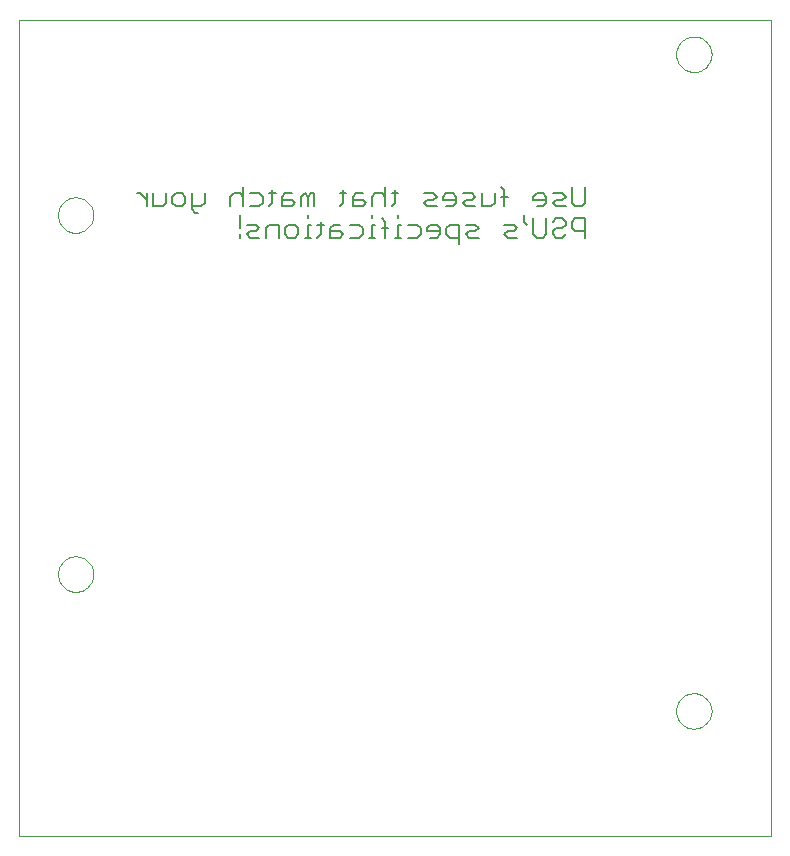
<source format=gbo>
G75*
G70*
%OFA0B0*%
%FSLAX24Y24*%
%IPPOS*%
%LPD*%
%AMOC8*
5,1,8,0,0,1.08239X$1,22.5*
%
%ADD10C,0.0000*%
%ADD11C,0.0060*%
D10*
X000100Y000100D02*
X000100Y027296D01*
X025170Y027296D01*
X025170Y000100D01*
X000100Y000100D01*
X001407Y008816D02*
X001409Y008864D01*
X001415Y008912D01*
X001425Y008959D01*
X001438Y009005D01*
X001456Y009050D01*
X001476Y009094D01*
X001501Y009136D01*
X001529Y009175D01*
X001559Y009212D01*
X001593Y009246D01*
X001630Y009278D01*
X001668Y009307D01*
X001709Y009332D01*
X001752Y009354D01*
X001797Y009372D01*
X001843Y009386D01*
X001890Y009397D01*
X001938Y009404D01*
X001986Y009407D01*
X002034Y009406D01*
X002082Y009401D01*
X002130Y009392D01*
X002176Y009380D01*
X002221Y009363D01*
X002265Y009343D01*
X002307Y009320D01*
X002347Y009293D01*
X002385Y009263D01*
X002420Y009230D01*
X002452Y009194D01*
X002482Y009156D01*
X002508Y009115D01*
X002530Y009072D01*
X002550Y009028D01*
X002565Y008983D01*
X002577Y008936D01*
X002585Y008888D01*
X002589Y008840D01*
X002589Y008792D01*
X002585Y008744D01*
X002577Y008696D01*
X002565Y008649D01*
X002550Y008604D01*
X002530Y008560D01*
X002508Y008517D01*
X002482Y008476D01*
X002452Y008438D01*
X002420Y008402D01*
X002385Y008369D01*
X002347Y008339D01*
X002307Y008312D01*
X002265Y008289D01*
X002221Y008269D01*
X002176Y008252D01*
X002130Y008240D01*
X002082Y008231D01*
X002034Y008226D01*
X001986Y008225D01*
X001938Y008228D01*
X001890Y008235D01*
X001843Y008246D01*
X001797Y008260D01*
X001752Y008278D01*
X001709Y008300D01*
X001668Y008325D01*
X001630Y008354D01*
X001593Y008386D01*
X001559Y008420D01*
X001529Y008457D01*
X001501Y008496D01*
X001476Y008538D01*
X001456Y008582D01*
X001438Y008627D01*
X001425Y008673D01*
X001415Y008720D01*
X001409Y008768D01*
X001407Y008816D01*
X001407Y020784D02*
X001409Y020832D01*
X001415Y020880D01*
X001425Y020927D01*
X001438Y020973D01*
X001456Y021018D01*
X001476Y021062D01*
X001501Y021104D01*
X001529Y021143D01*
X001559Y021180D01*
X001593Y021214D01*
X001630Y021246D01*
X001668Y021275D01*
X001709Y021300D01*
X001752Y021322D01*
X001797Y021340D01*
X001843Y021354D01*
X001890Y021365D01*
X001938Y021372D01*
X001986Y021375D01*
X002034Y021374D01*
X002082Y021369D01*
X002130Y021360D01*
X002176Y021348D01*
X002221Y021331D01*
X002265Y021311D01*
X002307Y021288D01*
X002347Y021261D01*
X002385Y021231D01*
X002420Y021198D01*
X002452Y021162D01*
X002482Y021124D01*
X002508Y021083D01*
X002530Y021040D01*
X002550Y020996D01*
X002565Y020951D01*
X002577Y020904D01*
X002585Y020856D01*
X002589Y020808D01*
X002589Y020760D01*
X002585Y020712D01*
X002577Y020664D01*
X002565Y020617D01*
X002550Y020572D01*
X002530Y020528D01*
X002508Y020485D01*
X002482Y020444D01*
X002452Y020406D01*
X002420Y020370D01*
X002385Y020337D01*
X002347Y020307D01*
X002307Y020280D01*
X002265Y020257D01*
X002221Y020237D01*
X002176Y020220D01*
X002130Y020208D01*
X002082Y020199D01*
X002034Y020194D01*
X001986Y020193D01*
X001938Y020196D01*
X001890Y020203D01*
X001843Y020214D01*
X001797Y020228D01*
X001752Y020246D01*
X001709Y020268D01*
X001668Y020293D01*
X001630Y020322D01*
X001593Y020354D01*
X001559Y020388D01*
X001529Y020425D01*
X001501Y020464D01*
X001476Y020506D01*
X001456Y020550D01*
X001438Y020595D01*
X001425Y020641D01*
X001415Y020688D01*
X001409Y020736D01*
X001407Y020784D01*
X022011Y026145D02*
X022013Y026193D01*
X022019Y026241D01*
X022029Y026288D01*
X022042Y026334D01*
X022060Y026379D01*
X022080Y026423D01*
X022105Y026465D01*
X022133Y026504D01*
X022163Y026541D01*
X022197Y026575D01*
X022234Y026607D01*
X022272Y026636D01*
X022313Y026661D01*
X022356Y026683D01*
X022401Y026701D01*
X022447Y026715D01*
X022494Y026726D01*
X022542Y026733D01*
X022590Y026736D01*
X022638Y026735D01*
X022686Y026730D01*
X022734Y026721D01*
X022780Y026709D01*
X022825Y026692D01*
X022869Y026672D01*
X022911Y026649D01*
X022951Y026622D01*
X022989Y026592D01*
X023024Y026559D01*
X023056Y026523D01*
X023086Y026485D01*
X023112Y026444D01*
X023134Y026401D01*
X023154Y026357D01*
X023169Y026312D01*
X023181Y026265D01*
X023189Y026217D01*
X023193Y026169D01*
X023193Y026121D01*
X023189Y026073D01*
X023181Y026025D01*
X023169Y025978D01*
X023154Y025933D01*
X023134Y025889D01*
X023112Y025846D01*
X023086Y025805D01*
X023056Y025767D01*
X023024Y025731D01*
X022989Y025698D01*
X022951Y025668D01*
X022911Y025641D01*
X022869Y025618D01*
X022825Y025598D01*
X022780Y025581D01*
X022734Y025569D01*
X022686Y025560D01*
X022638Y025555D01*
X022590Y025554D01*
X022542Y025557D01*
X022494Y025564D01*
X022447Y025575D01*
X022401Y025589D01*
X022356Y025607D01*
X022313Y025629D01*
X022272Y025654D01*
X022234Y025683D01*
X022197Y025715D01*
X022163Y025749D01*
X022133Y025786D01*
X022105Y025825D01*
X022080Y025867D01*
X022060Y025911D01*
X022042Y025956D01*
X022029Y026002D01*
X022019Y026049D01*
X022013Y026097D01*
X022011Y026145D01*
X022011Y004255D02*
X022013Y004303D01*
X022019Y004351D01*
X022029Y004398D01*
X022042Y004444D01*
X022060Y004489D01*
X022080Y004533D01*
X022105Y004575D01*
X022133Y004614D01*
X022163Y004651D01*
X022197Y004685D01*
X022234Y004717D01*
X022272Y004746D01*
X022313Y004771D01*
X022356Y004793D01*
X022401Y004811D01*
X022447Y004825D01*
X022494Y004836D01*
X022542Y004843D01*
X022590Y004846D01*
X022638Y004845D01*
X022686Y004840D01*
X022734Y004831D01*
X022780Y004819D01*
X022825Y004802D01*
X022869Y004782D01*
X022911Y004759D01*
X022951Y004732D01*
X022989Y004702D01*
X023024Y004669D01*
X023056Y004633D01*
X023086Y004595D01*
X023112Y004554D01*
X023134Y004511D01*
X023154Y004467D01*
X023169Y004422D01*
X023181Y004375D01*
X023189Y004327D01*
X023193Y004279D01*
X023193Y004231D01*
X023189Y004183D01*
X023181Y004135D01*
X023169Y004088D01*
X023154Y004043D01*
X023134Y003999D01*
X023112Y003956D01*
X023086Y003915D01*
X023056Y003877D01*
X023024Y003841D01*
X022989Y003808D01*
X022951Y003778D01*
X022911Y003751D01*
X022869Y003728D01*
X022825Y003708D01*
X022780Y003691D01*
X022734Y003679D01*
X022686Y003670D01*
X022638Y003665D01*
X022590Y003664D01*
X022542Y003667D01*
X022494Y003674D01*
X022447Y003685D01*
X022401Y003699D01*
X022356Y003717D01*
X022313Y003739D01*
X022272Y003764D01*
X022234Y003793D01*
X022197Y003825D01*
X022163Y003859D01*
X022133Y003896D01*
X022105Y003935D01*
X022080Y003977D01*
X022060Y004021D01*
X022042Y004066D01*
X022029Y004112D01*
X022019Y004159D01*
X022013Y004207D01*
X022011Y004255D01*
D11*
X014780Y019816D02*
X014780Y020457D01*
X014460Y020457D01*
X014353Y020350D01*
X014353Y020137D01*
X014460Y020030D01*
X014780Y020030D01*
X014998Y020137D02*
X015105Y020244D01*
X015318Y020244D01*
X015425Y020350D01*
X015318Y020457D01*
X014998Y020457D01*
X014998Y020137D02*
X015105Y020030D01*
X015425Y020030D01*
X016287Y020137D02*
X016394Y020244D01*
X016607Y020244D01*
X016714Y020350D01*
X016607Y020457D01*
X016287Y020457D01*
X016287Y020137D02*
X016394Y020030D01*
X016714Y020030D01*
X017036Y020457D02*
X016930Y020564D01*
X016930Y020777D01*
X017254Y020671D02*
X017254Y020137D01*
X017361Y020030D01*
X017574Y020030D01*
X017681Y020137D01*
X017681Y020671D01*
X017898Y020564D02*
X018005Y020671D01*
X018219Y020671D01*
X018325Y020564D01*
X018325Y020457D01*
X018219Y020350D01*
X018005Y020350D01*
X017898Y020244D01*
X017898Y020137D01*
X018005Y020030D01*
X018219Y020030D01*
X018325Y020137D01*
X018543Y020350D02*
X018650Y020244D01*
X018970Y020244D01*
X018970Y020030D02*
X018970Y020671D01*
X018650Y020671D01*
X018543Y020564D01*
X018543Y020350D01*
X018650Y021080D02*
X018543Y021187D01*
X018543Y021721D01*
X018325Y021400D02*
X018219Y021507D01*
X017898Y021507D01*
X018005Y021294D02*
X017898Y021187D01*
X018005Y021080D01*
X018325Y021080D01*
X018219Y021294D02*
X018005Y021294D01*
X018219Y021294D02*
X018325Y021400D01*
X018650Y021080D02*
X018863Y021080D01*
X018970Y021187D01*
X018970Y021721D01*
X017681Y021400D02*
X017681Y021187D01*
X017574Y021080D01*
X017361Y021080D01*
X017254Y021294D02*
X017681Y021294D01*
X017681Y021400D02*
X017574Y021507D01*
X017361Y021507D01*
X017254Y021400D01*
X017254Y021294D01*
X016392Y021400D02*
X016178Y021400D01*
X016285Y021614D02*
X016178Y021721D01*
X016285Y021614D02*
X016285Y021080D01*
X015962Y021187D02*
X015855Y021080D01*
X015535Y021080D01*
X015535Y021507D01*
X015318Y021400D02*
X015211Y021294D01*
X014997Y021294D01*
X014891Y021187D01*
X014997Y021080D01*
X015318Y021080D01*
X015318Y021400D02*
X015211Y021507D01*
X014891Y021507D01*
X014673Y021400D02*
X014566Y021507D01*
X014353Y021507D01*
X014246Y021400D01*
X014246Y021294D01*
X014673Y021294D01*
X014673Y021400D02*
X014673Y021187D01*
X014566Y021080D01*
X014353Y021080D01*
X014028Y021080D02*
X013708Y021080D01*
X013601Y021187D01*
X013708Y021294D01*
X013922Y021294D01*
X014028Y021400D01*
X013922Y021507D01*
X013601Y021507D01*
X012739Y021507D02*
X012526Y021507D01*
X012633Y021614D02*
X012633Y021187D01*
X012526Y021080D01*
X012310Y021080D02*
X012310Y021721D01*
X012203Y021507D02*
X011989Y021507D01*
X011883Y021400D01*
X011883Y021080D01*
X011665Y021187D02*
X011558Y021294D01*
X011238Y021294D01*
X011238Y021400D02*
X011238Y021080D01*
X011558Y021080D01*
X011665Y021187D01*
X011558Y021507D02*
X011345Y021507D01*
X011238Y021400D01*
X011021Y021507D02*
X010807Y021507D01*
X010914Y021614D02*
X010914Y021187D01*
X010807Y021080D01*
X010806Y020457D02*
X010593Y020457D01*
X010486Y020350D01*
X010486Y020030D01*
X010806Y020030D01*
X010913Y020137D01*
X010806Y020244D01*
X010486Y020244D01*
X010269Y020457D02*
X010055Y020457D01*
X010162Y020564D02*
X010162Y020137D01*
X010055Y020030D01*
X009839Y020030D02*
X009625Y020030D01*
X009732Y020030D02*
X009732Y020457D01*
X009839Y020457D01*
X009732Y020671D02*
X009732Y020777D01*
X009733Y021080D02*
X009733Y021400D01*
X009626Y021507D01*
X009519Y021400D01*
X009519Y021080D01*
X009302Y021187D02*
X009195Y021294D01*
X008875Y021294D01*
X008875Y021400D02*
X008875Y021080D01*
X009195Y021080D01*
X009302Y021187D01*
X009195Y021507D02*
X008981Y021507D01*
X008875Y021400D01*
X008657Y021507D02*
X008444Y021507D01*
X008550Y021614D02*
X008550Y021187D01*
X008444Y021080D01*
X008228Y021187D02*
X008121Y021080D01*
X007800Y021080D01*
X007583Y021080D02*
X007583Y021721D01*
X007476Y021507D02*
X007263Y021507D01*
X007156Y021400D01*
X007156Y021080D01*
X007476Y020777D02*
X007476Y020350D01*
X007476Y020137D02*
X007476Y020030D01*
X007693Y020137D02*
X007800Y020244D01*
X008013Y020244D01*
X008120Y020350D01*
X008013Y020457D01*
X007693Y020457D01*
X007693Y020137D02*
X007800Y020030D01*
X008120Y020030D01*
X008338Y020030D02*
X008338Y020350D01*
X008444Y020457D01*
X008765Y020457D01*
X008765Y020030D01*
X008982Y020137D02*
X008982Y020350D01*
X009089Y020457D01*
X009302Y020457D01*
X009409Y020350D01*
X009409Y020137D01*
X009302Y020030D01*
X009089Y020030D01*
X008982Y020137D01*
X008228Y021187D02*
X008228Y021400D01*
X008121Y021507D01*
X007800Y021507D01*
X007583Y021400D02*
X007476Y021507D01*
X006294Y021507D02*
X006294Y021187D01*
X006187Y021080D01*
X005867Y021080D01*
X005867Y020973D02*
X005974Y020866D01*
X006080Y020866D01*
X005867Y020973D02*
X005867Y021507D01*
X005649Y021400D02*
X005649Y021187D01*
X005543Y021080D01*
X005329Y021080D01*
X005222Y021187D01*
X005222Y021400D01*
X005329Y021507D01*
X005543Y021507D01*
X005649Y021400D01*
X005005Y021507D02*
X005005Y021187D01*
X004898Y021080D01*
X004578Y021080D01*
X004578Y021507D01*
X004360Y021507D02*
X004360Y021080D01*
X004360Y021294D02*
X004147Y021507D01*
X004040Y021507D01*
X009733Y021400D02*
X009840Y021507D01*
X009946Y021507D01*
X009946Y021080D01*
X011131Y020457D02*
X011451Y020457D01*
X011558Y020350D01*
X011558Y020137D01*
X011451Y020030D01*
X011131Y020030D01*
X011774Y020030D02*
X011987Y020030D01*
X011881Y020030D02*
X011881Y020457D01*
X011987Y020457D01*
X011881Y020671D02*
X011881Y020777D01*
X012204Y020671D02*
X012310Y020564D01*
X012310Y020030D01*
X012633Y020030D02*
X012847Y020030D01*
X012740Y020030D02*
X012740Y020457D01*
X012847Y020457D01*
X013064Y020457D02*
X013385Y020457D01*
X013491Y020350D01*
X013491Y020137D01*
X013385Y020030D01*
X013064Y020030D01*
X012740Y020671D02*
X012740Y020777D01*
X012417Y020350D02*
X012204Y020350D01*
X012310Y021400D02*
X012203Y021507D01*
X013709Y020350D02*
X013709Y020244D01*
X014136Y020244D01*
X014136Y020350D02*
X014136Y020137D01*
X014029Y020030D01*
X013816Y020030D01*
X013709Y020350D02*
X013816Y020457D01*
X014029Y020457D01*
X014136Y020350D01*
X015962Y021187D02*
X015962Y021507D01*
M02*

</source>
